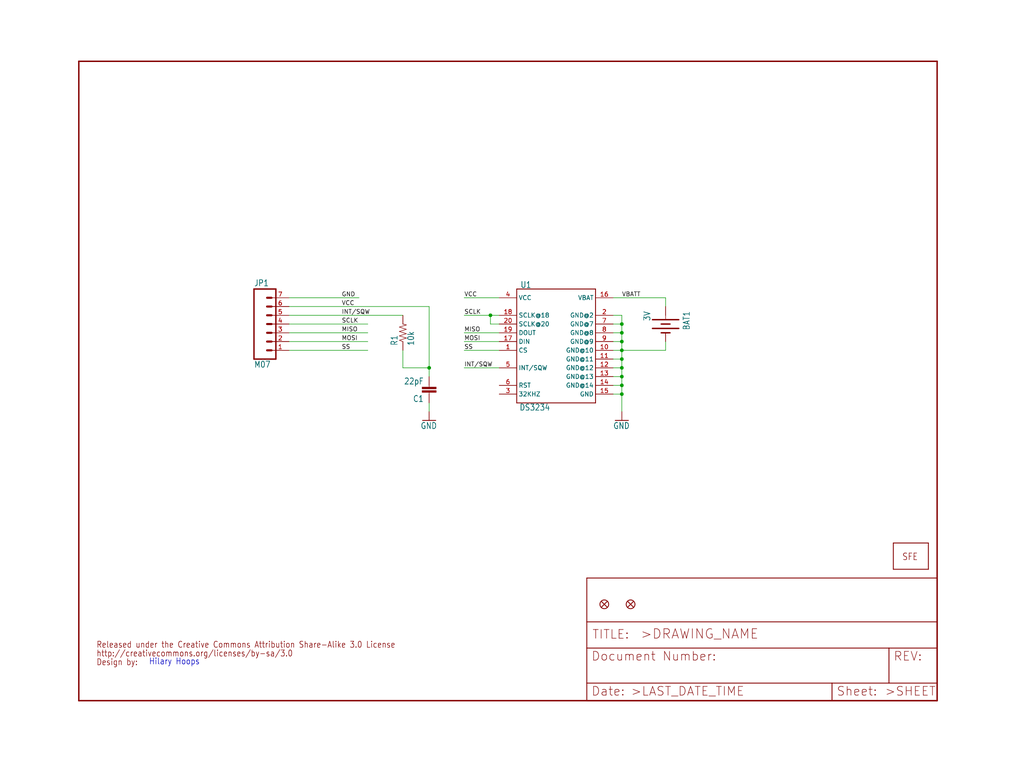
<source format=kicad_sch>
(kicad_sch (version 20211123) (generator eeschema)
  (paper "User" 297.002 223.926)
  (lib_symbols
    (symbol "eagleSchem-eagle-import:BATTERY"
      (property "Reference" "BAT" (at -3.81 5.08 0))
      (property "Value" "BATTERY" (at -3.81 -6.35 0))
      (symbol "BATTERY_1_0"
        (polyline (pts (xy -2.54 0) (xy -1.524 0)) (stroke (width 0.1524)))
        (polyline (pts (xy -1.27 3.81) (xy -1.27 -3.81)) (stroke (width 0.4064)))
        (polyline (pts (xy 0 1.27) (xy 0 -1.27)) (stroke (width 0.4064)))
        (polyline (pts (xy 1.27 3.81) (xy 1.27 -3.81)) (stroke (width 0.4064)))
        (polyline (pts (xy 2.54 1.27) (xy 2.54 -1.27)) (stroke (width 0.4064)))
        (pin power_in line (at 5.08 0 180) (length 2.54) (name "-") (number "GND"))
        (pin power_in line (at -5.08 0 0) (length 2.54) (name "+") (number "PWR@1"))
      )
    )
    (symbol "eagleSchem-eagle-import:CAP0402-CAP"
      (property "Reference" "C" (at 1.524 2.921 0))
      (property "Value" "CAP0402-CAP" (at 1.524 -2.159 0))
      (symbol "CAP0402-CAP_1_0"
        (rectangle (start -2.032 0.508) (end 2.032 1.016) (fill (type outline)))
        (rectangle (start -2.032 1.524) (end 2.032 2.032) (fill (type outline)))
        (polyline (pts (xy 0 0) (xy 0 0.508)) (stroke (width 0.1524)))
        (polyline (pts (xy 0 2.54) (xy 0 2.032)) (stroke (width 0.1524)))
        (pin passive line (at 0 5.08 270) (length 2.54) (name "1") (number "1"))
        (pin passive line (at 0 -2.54 90) (length 2.54) (name "2") (number "2"))
      )
    )
    (symbol "eagleSchem-eagle-import:CREATIVE_COMMONS"
      (symbol "CREATIVE_COMMONS_1_0"
        (text "Design by:" (at 0 0 0) (effects (font (size 1.778 1.5113)) (justify left bottom)))
        (text "http://creativecommons.org/licenses/by-sa/3.0" (at 0 2.54 0) (effects (font (size 1.778 1.5113)) (justify left bottom)))
        (text "Released under the Creative Commons Attribution Share-Alike 3.0 License" (at 0 5.08 0) (effects (font (size 1.778 1.5113)) (justify left bottom)))
      )
    )
    (symbol "eagleSchem-eagle-import:DS3234"
      (property "Value" "DS3234" (at -9.398 -20.066 0))
      (symbol "DS3234_1_0"
        (polyline (pts (xy -10.16 -17.78) (xy 12.7 -17.78)) (stroke (width 0.254)))
        (polyline (pts (xy -10.16 15.24) (xy -10.16 -17.78)) (stroke (width 0.254)))
        (polyline (pts (xy 12.7 -17.78) (xy 12.7 15.24)) (stroke (width 0.254)))
        (polyline (pts (xy 12.7 15.24) (xy -10.16 15.24)) (stroke (width 0.254)))
        (pin bidirectional line (at -15.24 -2.54 0) (length 5.08) (name "CS") (number "1"))
        (pin bidirectional line (at 17.78 -2.54 180) (length 5.08) (name "GND@10") (number "10"))
        (pin bidirectional line (at 17.78 -5.08 180) (length 5.08) (name "GND@11") (number "11"))
        (pin bidirectional line (at 17.78 -7.62 180) (length 5.08) (name "GND@12") (number "12"))
        (pin bidirectional line (at 17.78 -10.16 180) (length 5.08) (name "GND@13") (number "13"))
        (pin bidirectional line (at 17.78 -12.7 180) (length 5.08) (name "GND@14") (number "14"))
        (pin bidirectional line (at 17.78 -15.24 180) (length 5.08) (name "GND") (number "15"))
        (pin bidirectional line (at 17.78 12.7 180) (length 5.08) (name "VBAT") (number "16"))
        (pin bidirectional line (at -15.24 0 0) (length 5.08) (name "DIN") (number "17"))
        (pin bidirectional line (at -15.24 7.62 0) (length 5.08) (name "SCLK@18") (number "18"))
        (pin bidirectional line (at -15.24 2.54 0) (length 5.08) (name "DOUT") (number "19"))
        (pin bidirectional line (at 17.78 7.62 180) (length 5.08) (name "GND@2") (number "2"))
        (pin bidirectional line (at -15.24 5.08 0) (length 5.08) (name "SCLK@20") (number "20"))
        (pin bidirectional line (at -15.24 -15.24 0) (length 5.08) (name "32KHZ") (number "3"))
        (pin bidirectional line (at -15.24 12.7 0) (length 5.08) (name "VCC") (number "4"))
        (pin bidirectional line (at -15.24 -7.62 0) (length 5.08) (name "INT/SQW") (number "5"))
        (pin bidirectional line (at -15.24 -12.7 0) (length 5.08) (name "RST") (number "6"))
        (pin bidirectional line (at 17.78 5.08 180) (length 5.08) (name "GND@7") (number "7"))
        (pin bidirectional line (at 17.78 2.54 180) (length 5.08) (name "GND@8") (number "8"))
        (pin bidirectional line (at 17.78 0 180) (length 5.08) (name "GND@9") (number "9"))
      )
    )
    (symbol "eagleSchem-eagle-import:FIDUCIAL1X2"
      (symbol "FIDUCIAL1X2_1_0"
        (polyline (pts (xy -0.762 0.762) (xy 0.762 -0.762)) (stroke (width 0.254)))
        (polyline (pts (xy 0.762 0.762) (xy -0.762 -0.762)) (stroke (width 0.254)))
        (circle (center 0 0) (radius 1.27) (stroke (width 0.254)))
      )
    )
    (symbol "eagleSchem-eagle-import:FRAME-LETTER"
      (symbol "FRAME-LETTER_1_0"
        (polyline (pts (xy 0 0) (xy 248.92 0)) (stroke (width 0.4064)))
        (polyline (pts (xy 0 185.42) (xy 0 0)) (stroke (width 0.4064)))
        (polyline (pts (xy 0 185.42) (xy 248.92 185.42)) (stroke (width 0.4064)))
        (polyline (pts (xy 248.92 185.42) (xy 248.92 0)) (stroke (width 0.4064)))
      )
      (symbol "FRAME-LETTER_2_0"
        (polyline (pts (xy 0 0) (xy 0 5.08)) (stroke (width 0.254)))
        (polyline (pts (xy 0 0) (xy 71.12 0)) (stroke (width 0.254)))
        (polyline (pts (xy 0 5.08) (xy 0 15.24)) (stroke (width 0.254)))
        (polyline (pts (xy 0 5.08) (xy 71.12 5.08)) (stroke (width 0.254)))
        (polyline (pts (xy 0 15.24) (xy 0 22.86)) (stroke (width 0.254)))
        (polyline (pts (xy 0 22.86) (xy 0 35.56)) (stroke (width 0.254)))
        (polyline (pts (xy 0 22.86) (xy 101.6 22.86)) (stroke (width 0.254)))
        (polyline (pts (xy 71.12 0) (xy 101.6 0)) (stroke (width 0.254)))
        (polyline (pts (xy 71.12 5.08) (xy 71.12 0)) (stroke (width 0.254)))
        (polyline (pts (xy 71.12 5.08) (xy 87.63 5.08)) (stroke (width 0.254)))
        (polyline (pts (xy 87.63 5.08) (xy 101.6 5.08)) (stroke (width 0.254)))
        (polyline (pts (xy 87.63 15.24) (xy 0 15.24)) (stroke (width 0.254)))
        (polyline (pts (xy 87.63 15.24) (xy 87.63 5.08)) (stroke (width 0.254)))
        (polyline (pts (xy 101.6 5.08) (xy 101.6 0)) (stroke (width 0.254)))
        (polyline (pts (xy 101.6 15.24) (xy 87.63 15.24)) (stroke (width 0.254)))
        (polyline (pts (xy 101.6 15.24) (xy 101.6 5.08)) (stroke (width 0.254)))
        (polyline (pts (xy 101.6 22.86) (xy 101.6 15.24)) (stroke (width 0.254)))
        (polyline (pts (xy 101.6 35.56) (xy 0 35.56)) (stroke (width 0.254)))
        (polyline (pts (xy 101.6 35.56) (xy 101.6 22.86)) (stroke (width 0.254)))
        (text ">DRAWING_NAME" (at 15.494 17.78 0) (effects (font (size 2.7432 2.7432)) (justify left bottom)))
        (text ">LAST_DATE_TIME" (at 12.7 1.27 0) (effects (font (size 2.54 2.54)) (justify left bottom)))
        (text ">SHEET" (at 86.36 1.27 0) (effects (font (size 2.54 2.54)) (justify left bottom)))
        (text "Date:" (at 1.27 1.27 0) (effects (font (size 2.54 2.54)) (justify left bottom)))
        (text "Document Number:" (at 1.27 11.43 0) (effects (font (size 2.54 2.54)) (justify left bottom)))
        (text "REV:" (at 88.9 11.43 0) (effects (font (size 2.54 2.54)) (justify left bottom)))
        (text "Sheet:" (at 72.39 1.27 0) (effects (font (size 2.54 2.54)) (justify left bottom)))
        (text "TITLE:" (at 1.524 17.78 0) (effects (font (size 2.54 2.54)) (justify left bottom)))
      )
    )
    (symbol "eagleSchem-eagle-import:GND" (power)
      (property "Value" "GND" (at -2.54 -2.54 0))
      (symbol "GND_1_0"
        (polyline (pts (xy -1.905 0) (xy 1.905 0)) (stroke (width 0.254)))
        (pin power_in line (at 0 2.54 270) (length 2.54) (name "GND") (number "1"))
      )
    )
    (symbol "eagleSchem-eagle-import:LOGO-SFESK"
      (symbol "LOGO-SFESK_1_0"
        (polyline (pts (xy -2.54 -2.54) (xy 7.62 -2.54)) (stroke (width 0.254)))
        (polyline (pts (xy -2.54 5.08) (xy -2.54 -2.54)) (stroke (width 0.254)))
        (polyline (pts (xy 7.62 -2.54) (xy 7.62 5.08)) (stroke (width 0.254)))
        (polyline (pts (xy 7.62 5.08) (xy -2.54 5.08)) (stroke (width 0.254)))
        (text "SFE" (at 0 0 0) (effects (font (size 1.9304 1.6408)) (justify left bottom)))
      )
    )
    (symbol "eagleSchem-eagle-import:M07"
      (property "Reference" "JP" (at -5.08 13.462 0))
      (property "Value" "M07" (at -5.08 -10.16 0))
      (symbol "M07_1_0"
        (polyline (pts (xy -5.08 12.7) (xy -5.08 -7.62)) (stroke (width 0.4064)))
        (polyline (pts (xy -5.08 12.7) (xy 1.27 12.7)) (stroke (width 0.4064)))
        (polyline (pts (xy -1.27 -5.08) (xy 0 -5.08)) (stroke (width 0.6096)))
        (polyline (pts (xy -1.27 -2.54) (xy 0 -2.54)) (stroke (width 0.6096)))
        (polyline (pts (xy -1.27 0) (xy 0 0)) (stroke (width 0.6096)))
        (polyline (pts (xy -1.27 2.54) (xy 0 2.54)) (stroke (width 0.6096)))
        (polyline (pts (xy -1.27 5.08) (xy 0 5.08)) (stroke (width 0.6096)))
        (polyline (pts (xy -1.27 7.62) (xy 0 7.62)) (stroke (width 0.6096)))
        (polyline (pts (xy -1.27 10.16) (xy 0 10.16)) (stroke (width 0.6096)))
        (polyline (pts (xy 1.27 -7.62) (xy -5.08 -7.62)) (stroke (width 0.4064)))
        (polyline (pts (xy 1.27 -7.62) (xy 1.27 12.7)) (stroke (width 0.4064)))
        (pin passive line (at 5.08 -5.08 180) (length 5.08) (name "1") (number "1"))
        (pin passive line (at 5.08 -2.54 180) (length 5.08) (name "2") (number "2"))
        (pin passive line (at 5.08 0 180) (length 5.08) (name "3") (number "3"))
        (pin passive line (at 5.08 2.54 180) (length 5.08) (name "4") (number "4"))
        (pin passive line (at 5.08 5.08 180) (length 5.08) (name "5") (number "5"))
        (pin passive line (at 5.08 7.62 180) (length 5.08) (name "6") (number "6"))
        (pin passive line (at 5.08 10.16 180) (length 5.08) (name "7") (number "7"))
      )
    )
    (symbol "eagleSchem-eagle-import:RESISTOR0402-RES"
      (property "Reference" "R" (at -3.81 1.4986 0))
      (property "Value" "RESISTOR0402-RES" (at -3.81 -3.302 0))
      (symbol "RESISTOR0402-RES_1_0"
        (polyline (pts (xy -2.54 0) (xy -2.159 1.016)) (stroke (width 0.1524)))
        (polyline (pts (xy -2.159 1.016) (xy -1.524 -1.016)) (stroke (width 0.1524)))
        (polyline (pts (xy -1.524 -1.016) (xy -0.889 1.016)) (stroke (width 0.1524)))
        (polyline (pts (xy -0.889 1.016) (xy -0.254 -1.016)) (stroke (width 0.1524)))
        (polyline (pts (xy -0.254 -1.016) (xy 0.381 1.016)) (stroke (width 0.1524)))
        (polyline (pts (xy 0.381 1.016) (xy 1.016 -1.016)) (stroke (width 0.1524)))
        (polyline (pts (xy 1.016 -1.016) (xy 1.651 1.016)) (stroke (width 0.1524)))
        (polyline (pts (xy 1.651 1.016) (xy 2.286 -1.016)) (stroke (width 0.1524)))
        (polyline (pts (xy 2.286 -1.016) (xy 2.54 0)) (stroke (width 0.1524)))
        (pin passive line (at -5.08 0 0) (length 2.54) (name "1") (number "1"))
        (pin passive line (at 5.08 0 180) (length 2.54) (name "2") (number "2"))
      )
    )
  )
  (junction (at 180.34 104.14))
  (junction (at 180.34 114.3))
  (junction (at 124.46 106.68))
  (junction (at 180.34 93.98))
  (junction (at 180.34 109.22))
  (junction (at 180.34 99.06))
  (junction (at 142.24 91.44))
  (junction (at 180.34 101.6))
  (junction (at 180.34 111.76))
  (junction (at 180.34 106.68))
  (junction (at 180.34 96.52))
  (wire (pts (xy 177.8 86.36) (xy 193.04 86.36)))
  (wire (pts (xy 177.8 93.98) (xy 180.34 93.98)))
  (wire (pts (xy 124.46 106.68) (xy 124.46 109.22)))
  (wire (pts (xy 193.04 86.36) (xy 193.04 88.9)))
  (wire (pts (xy 180.34 104.14) (xy 180.34 106.68)))
  (wire (pts (xy 177.8 106.68) (xy 180.34 106.68)))
  (wire (pts (xy 177.8 104.14) (xy 180.34 104.14)))
  (wire (pts (xy 124.46 88.9) (xy 124.46 106.68)))
  (wire (pts (xy 144.78 96.52) (xy 134.62 96.52)))
  (wire (pts (xy 177.8 111.76) (xy 180.34 111.76)))
  (wire (pts (xy 193.04 101.6) (xy 180.34 101.6)))
  (wire (pts (xy 142.24 91.44) (xy 142.24 93.98)))
  (wire (pts (xy 180.34 93.98) (xy 180.34 96.52)))
  (wire (pts (xy 193.04 99.06) (xy 193.04 101.6)))
  (wire (pts (xy 83.82 93.98) (xy 106.68 93.98)))
  (wire (pts (xy 144.78 99.06) (xy 134.62 99.06)))
  (wire (pts (xy 83.82 91.44) (xy 116.84 91.44)))
  (wire (pts (xy 180.34 106.68) (xy 180.34 109.22)))
  (wire (pts (xy 83.82 86.36) (xy 104.14 86.36)))
  (wire (pts (xy 83.82 101.6) (xy 106.68 101.6)))
  (wire (pts (xy 134.62 91.44) (xy 142.24 91.44)))
  (wire (pts (xy 142.24 93.98) (xy 144.78 93.98)))
  (wire (pts (xy 177.8 96.52) (xy 180.34 96.52)))
  (wire (pts (xy 180.34 114.3) (xy 177.8 114.3)))
  (wire (pts (xy 177.8 109.22) (xy 180.34 109.22)))
  (wire (pts (xy 180.34 119.38) (xy 180.34 114.3)))
  (wire (pts (xy 83.82 99.06) (xy 106.68 99.06)))
  (wire (pts (xy 144.78 106.68) (xy 134.62 106.68)))
  (wire (pts (xy 177.8 101.6) (xy 180.34 101.6)))
  (wire (pts (xy 180.34 99.06) (xy 180.34 101.6)))
  (wire (pts (xy 83.82 88.9) (xy 124.46 88.9)))
  (wire (pts (xy 144.78 86.36) (xy 134.62 86.36)))
  (wire (pts (xy 124.46 106.68) (xy 116.84 106.68)))
  (wire (pts (xy 144.78 101.6) (xy 134.62 101.6)))
  (wire (pts (xy 180.34 101.6) (xy 180.34 104.14)))
  (wire (pts (xy 180.34 111.76) (xy 180.34 114.3)))
  (wire (pts (xy 177.8 91.44) (xy 180.34 91.44)))
  (wire (pts (xy 180.34 91.44) (xy 180.34 93.98)))
  (wire (pts (xy 83.82 96.52) (xy 106.68 96.52)))
  (wire (pts (xy 124.46 116.84) (xy 124.46 119.38)))
  (wire (pts (xy 116.84 106.68) (xy 116.84 101.6)))
  (wire (pts (xy 177.8 99.06) (xy 180.34 99.06)))
  (wire (pts (xy 180.34 109.22) (xy 180.34 111.76)))
  (wire (pts (xy 180.34 96.52) (xy 180.34 99.06)))
  (wire (pts (xy 144.78 91.44) (xy 142.24 91.44)))
  (text "Hilary Hoops" (at 43.18 193.04 180) (effects (font (size 1.778 1.5113)) (justify left bottom)))
  (label "SCLK" (at 99.06 93.98 0) (effects (font (size 1.2446 1.2446))))
  (label "MISO" (at 99.06 96.52 0) (effects (font (size 1.2446 1.2446))))
  (label "INT/SQW" (at 99.06 91.44 0) (effects (font (size 1.2446 1.2446))))
  (label "INT/SQW" (at 134.62 106.68 0) (effects (font (size 1.2446 1.2446))))
  (label "GND" (at 99.06 86.36 0) (effects (font (size 1.2446 1.2446))))
  (label "SS" (at 134.62 101.6 0) (effects (font (size 1.2446 1.2446))))
  (label "VCC" (at 134.62 86.36 0) (effects (font (size 1.2446 1.2446))))
  (label "MOSI" (at 99.06 99.06 0) (effects (font (size 1.2446 1.2446))))
  (label "MOSI" (at 134.62 99.06 0) (effects (font (size 1.2446 1.2446))))
  (label "VCC" (at 99.06 88.9 0) (effects (font (size 1.2446 1.2446))))
  (label "SS" (at 99.06 101.6 0) (effects (font (size 1.2446 1.2446))))
  (label "VBATT" (at 180.34 86.36 0) (effects (font (size 1.2446 1.2446))))
  (label "SCLK" (at 134.62 91.44 0) (effects (font (size 1.2446 1.2446))))
  (label "MISO" (at 134.62 96.52 0) (effects (font (size 1.2446 1.2446))))
  (symbol (lib_id "eagleSchem-eagle-import:FIDUCIAL1X2") (at 175.26 175.26 0) (unit 1)
    (property "Reference" "JP3" (effects hide))
    (property "Value" "FIDUCIAL1X2" (effects hide))
    (property "Footprint" "eagleSchem:FIDUCIAL-1X2" (effects hide))
  )
  (symbol (lib_id "eagleSchem-eagle-import:M07") (at 78.74 96.52 0) (unit 1)
    (property "Reference" "JP1" (at 73.66 83.058 0) (effects (font (size 1.778 1.5113)) (justify left bottom)))
    (property "Value" "M07" (at 73.66 106.68 0) (effects (font (size 1.778 1.5113)) (justify left bottom)))
    (property "Footprint" "eagleSchem:1X07" (effects hide))
  )
  (symbol (lib_id "eagleSchem-eagle-import:RESISTOR0402-RES") (at 116.84 96.52 90) (unit 1)
    (property "Reference" "R1" (at 115.3414 100.33 0) (effects (font (size 1.778 1.5113)) (justify left bottom)))
    (property "Value" "10k" (at 120.142 100.33 0) (effects (font (size 1.778 1.5113)) (justify left bottom)))
    (property "Footprint" "eagleSchem:0402-RES" (effects hide))
  )
  (symbol (lib_id "eagleSchem-eagle-import:CREATIVE_COMMONS") (at 27.94 193.04 0) (unit 1)
    (property "Reference" "U$1" (effects hide))
    (property "Value" "CREATIVE_COMMONS" (effects hide))
    (property "Footprint" "eagleSchem:CREATIVE_COMMONS" (effects hide))
  )
  (symbol (lib_id "eagleSchem-eagle-import:FRAME-LETTER") (at 170.18 203.2 0) (unit 2)
    (property "Reference" "#FRAME1" (effects hide))
    (property "Value" "FRAME-LETTER" (effects hide))
    (property "Footprint" "eagleSchem:" (effects hide))
  )
  (symbol (lib_id "eagleSchem-eagle-import:FIDUCIAL1X2") (at 182.88 175.26 0) (unit 1)
    (property "Reference" "JP4" (effects hide))
    (property "Value" "FIDUCIAL1X2" (effects hide))
    (property "Footprint" "eagleSchem:FIDUCIAL-1X2" (effects hide))
  )
  (symbol (lib_id "eagleSchem-eagle-import:DS3234") (at 160.02 99.06 0) (unit 1)
    (property "Reference" "U1" (at 150.876 83.566 0) (effects (font (size 1.778 1.5113)) (justify left bottom)))
    (property "Value" "DS3234" (at 150.622 119.126 0) (effects (font (size 1.778 1.5113)) (justify left bottom)))
    (property "Footprint" "eagleSchem:DS3234" (effects hide))
  )
  (symbol (lib_id "eagleSchem-eagle-import:BATTERY") (at 193.04 93.98 270) (unit 1)
    (property "Reference" "BAT1" (at 198.12 90.17 0) (effects (font (size 1.778 1.5113)) (justify left bottom)))
    (property "Value" "3V" (at 186.69 90.17 0) (effects (font (size 1.778 1.5113)) (justify left bottom)))
    (property "Footprint" "eagleSchem:BATTCON_12MM_CURVED" (effects hide))
  )
  (symbol (lib_id "eagleSchem-eagle-import:GND") (at 124.46 121.92 0) (unit 1)
    (property "Reference" "#GND2" (effects hide))
    (property "Value" "GND" (at 121.92 124.46 0) (effects (font (size 1.778 1.5113)) (justify left bottom)))
    (property "Footprint" "eagleSchem:" (effects hide))
  )
  (symbol (lib_id "eagleSchem-eagle-import:FRAME-LETTER") (at 22.86 203.2 0) (unit 1)
    (property "Reference" "#FRAME1" (effects hide))
    (property "Value" "FRAME-LETTER" (effects hide))
    (property "Footprint" "eagleSchem:" (effects hide))
  )
  (symbol (lib_id "eagleSchem-eagle-import:LOGO-SFESK") (at 261.62 162.56 0) (unit 1)
    (property "Reference" "JP2" (effects hide))
    (property "Value" "LOGO-SFESK" (effects hide))
    (property "Footprint" "eagleSchem:SFE-LOGO-FLAME" (effects hide))
  )
  (symbol (lib_id "eagleSchem-eagle-import:GND") (at 180.34 121.92 0) (unit 1)
    (property "Reference" "#GND1" (effects hide))
    (property "Value" "GND" (at 177.8 124.46 0) (effects (font (size 1.778 1.5113)) (justify left bottom)))
    (property "Footprint" "eagleSchem:" (effects hide))
  )
  (symbol (lib_id "eagleSchem-eagle-import:CAP0402-CAP") (at 124.46 111.76 180) (unit 1)
    (property "Reference" "C1" (at 122.936 114.681 0) (effects (font (size 1.778 1.5113)) (justify left bottom)))
    (property "Value" "22pF" (at 122.936 109.601 0) (effects (font (size 1.778 1.5113)) (justify left bottom)))
    (property "Footprint" "eagleSchem:0402-CAP" (effects hide))
  )
)
</source>
